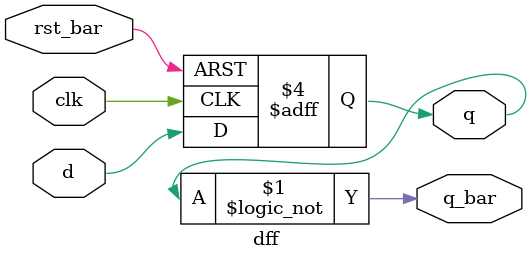
<source format=v>


module Odd_Counter_FSM (
  input  CLOCK,
  input  RESET_BAR,
  input  ENAB_BAR,
  output LED_BAR,
  output Q1,
  output Q0
);

  wire d0, d1, q0_bar, q1_bar, enab;

  // create active-high enable
  assign enab = !ENAB_BAR;

  // instantiate flip-flops, connect to Q outputs and clock and reset inputs
  dff DFF0(.clk(CLOCK), .d(d0), .rst_bar(RESET_BAR), .q(Q0), .q_bar(q0_bar));
  dff DFF1(.clk(CLOCK), .d(d1), .rst_bar(RESET_BAR), .q(Q1), .q_bar(q1_bar));

  // implement boolean equations for next state and LED output
  assign LED_BAR = Q1;
  assign d0 = (Q0 & ENAB_BAR) | (q1_bar & enab);
  assign d1 = Q0 | (Q1 ^ enab);

endmodule

///////////////////////////////////////////////////////////////
// Design for 74HC175 equivalent flip-flop
module dff(
  input clk,
  input d,  
  input rst_bar,
  output reg q,
  output q_bar
);

  assign q_bar = !q;  // use combinational logic for inverted output

  always @(posedge clk or negedge rst_bar)
  begin
    if (!rst_bar)
      q <= 1'b0;
    else
      q <= d;
  end
endmodule
</source>
